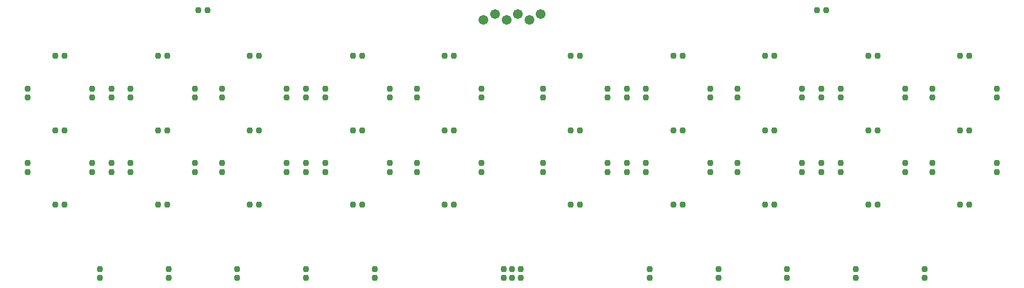
<source format=gts>
G04*
G04 #@! TF.GenerationSoftware,Altium Limited,Altium Designer,21.3.2 (30)*
G04*
G04 Layer_Color=8388736*
%FSLAX44Y44*%
%MOMM*%
G71*
G04*
G04 #@! TF.SameCoordinates,78750805-DB91-4CD3-9BAD-7DFD151DFB16*
G04*
G04*
G04 #@! TF.FilePolarity,Negative*
G04*
G01*
G75*
G04:AMPARAMS|DCode=14|XSize=1.0032mm|YSize=1.0032mm|CornerRadius=0.3016mm|HoleSize=0mm|Usage=FLASHONLY|Rotation=270.000|XOffset=0mm|YOffset=0mm|HoleType=Round|Shape=RoundedRectangle|*
%AMROUNDEDRECTD14*
21,1,1.0032,0.4000,0,0,270.0*
21,1,0.4000,1.0032,0,0,270.0*
1,1,0.6032,-0.2000,-0.2000*
1,1,0.6032,-0.2000,0.2000*
1,1,0.6032,0.2000,0.2000*
1,1,0.6032,0.2000,-0.2000*
%
%ADD14ROUNDEDRECTD14*%
G04:AMPARAMS|DCode=15|XSize=1.0032mm|YSize=1.0032mm|CornerRadius=0.3016mm|HoleSize=0mm|Usage=FLASHONLY|Rotation=180.000|XOffset=0mm|YOffset=0mm|HoleType=Round|Shape=RoundedRectangle|*
%AMROUNDEDRECTD15*
21,1,1.0032,0.4000,0,0,180.0*
21,1,0.4000,1.0032,0,0,180.0*
1,1,0.6032,-0.2000,0.2000*
1,1,0.6032,0.2000,0.2000*
1,1,0.6032,0.2000,-0.2000*
1,1,0.6032,-0.2000,-0.2000*
%
%ADD15ROUNDEDRECTD15*%
%ADD16C,1.7032*%
D14*
X1570000Y88000D02*
D03*
Y72000D02*
D03*
X1450000Y88000D02*
D03*
Y72000D02*
D03*
X1330000Y88000D02*
D03*
Y72000D02*
D03*
X1210000Y88000D02*
D03*
Y72000D02*
D03*
X1090000Y88000D02*
D03*
Y72000D02*
D03*
X865000Y88000D02*
D03*
Y72000D02*
D03*
X835000Y88000D02*
D03*
Y72000D02*
D03*
X850000Y88000D02*
D03*
Y72000D02*
D03*
X610000Y88000D02*
D03*
Y72000D02*
D03*
X490000Y88000D02*
D03*
Y72000D02*
D03*
X370000Y88000D02*
D03*
Y72000D02*
D03*
X250000Y88000D02*
D03*
Y72000D02*
D03*
X1696364Y257000D02*
D03*
Y273000D02*
D03*
X1583636Y257000D02*
D03*
Y273000D02*
D03*
X1696364Y387000D02*
D03*
Y403000D02*
D03*
X1583636Y387000D02*
D03*
Y403000D02*
D03*
X1536364Y257000D02*
D03*
Y273000D02*
D03*
X1423636Y257000D02*
D03*
Y273000D02*
D03*
X1536364Y387000D02*
D03*
Y403000D02*
D03*
X1423636Y387000D02*
D03*
Y403000D02*
D03*
X1390000Y257000D02*
D03*
Y273000D02*
D03*
Y387000D02*
D03*
Y403000D02*
D03*
X1243636Y387000D02*
D03*
Y403000D02*
D03*
X1356364Y387000D02*
D03*
Y403000D02*
D03*
Y257000D02*
D03*
Y273000D02*
D03*
X1243636Y257000D02*
D03*
Y273000D02*
D03*
X1196364Y257000D02*
D03*
Y273000D02*
D03*
X1083636Y257000D02*
D03*
Y273000D02*
D03*
X1196364Y387000D02*
D03*
Y403000D02*
D03*
X1083636Y387000D02*
D03*
Y403000D02*
D03*
X1050000Y257000D02*
D03*
Y273000D02*
D03*
Y387000D02*
D03*
Y403000D02*
D03*
X1016364Y257000D02*
D03*
Y273000D02*
D03*
X903636Y257000D02*
D03*
Y273000D02*
D03*
X1016364Y387000D02*
D03*
Y403000D02*
D03*
X903636Y387000D02*
D03*
Y403000D02*
D03*
X796364Y257000D02*
D03*
Y273000D02*
D03*
X683636Y257000D02*
D03*
Y273000D02*
D03*
X796364Y387000D02*
D03*
Y403000D02*
D03*
X683636Y387000D02*
D03*
Y403000D02*
D03*
X636364Y257000D02*
D03*
Y273000D02*
D03*
X523636Y257000D02*
D03*
Y273000D02*
D03*
X636364Y387000D02*
D03*
Y403000D02*
D03*
X523636Y387000D02*
D03*
Y403000D02*
D03*
X490000Y257000D02*
D03*
Y273000D02*
D03*
Y387000D02*
D03*
Y403000D02*
D03*
X456364Y257000D02*
D03*
Y273000D02*
D03*
X343636Y257000D02*
D03*
Y273000D02*
D03*
X456364Y387000D02*
D03*
Y403000D02*
D03*
X343636Y387000D02*
D03*
Y403000D02*
D03*
X296364Y257000D02*
D03*
Y273000D02*
D03*
X183636Y257000D02*
D03*
Y273000D02*
D03*
X296364Y387000D02*
D03*
Y403000D02*
D03*
X183636Y387000D02*
D03*
Y403000D02*
D03*
X150000Y257000D02*
D03*
Y273000D02*
D03*
Y387000D02*
D03*
Y403000D02*
D03*
X130000Y72000D02*
D03*
Y88000D02*
D03*
X116364Y273000D02*
D03*
Y257000D02*
D03*
X3636Y273000D02*
D03*
Y257000D02*
D03*
X116364Y403000D02*
D03*
Y387000D02*
D03*
X3636Y403000D02*
D03*
Y387000D02*
D03*
D15*
X1648000Y200000D02*
D03*
X1632000D02*
D03*
X1648000Y330000D02*
D03*
X1632000D02*
D03*
X1488000Y200000D02*
D03*
X1472000D02*
D03*
X1488000Y330000D02*
D03*
X1472000D02*
D03*
X1308000Y200000D02*
D03*
X1292000D02*
D03*
X1308000Y330000D02*
D03*
X1292000D02*
D03*
X1148000Y200000D02*
D03*
X1132000D02*
D03*
X1148000Y330000D02*
D03*
X1132000D02*
D03*
X1648000Y460000D02*
D03*
X1632000D02*
D03*
X1488000D02*
D03*
X1472000D02*
D03*
X1308000D02*
D03*
X1292000D02*
D03*
X1148000D02*
D03*
X1132000D02*
D03*
X968000Y200000D02*
D03*
X952000D02*
D03*
X968000Y330000D02*
D03*
X952000D02*
D03*
X968000Y460000D02*
D03*
X952000D02*
D03*
X748000Y200000D02*
D03*
X732000D02*
D03*
X748000Y330000D02*
D03*
X732000D02*
D03*
X748000Y460000D02*
D03*
X732000D02*
D03*
X588000Y200000D02*
D03*
X572000D02*
D03*
X588000Y330000D02*
D03*
X572000D02*
D03*
X588000Y460000D02*
D03*
X572000D02*
D03*
X408000Y200000D02*
D03*
X392000D02*
D03*
X408000Y330000D02*
D03*
X392000D02*
D03*
X408000Y460000D02*
D03*
X392000D02*
D03*
X248000Y200000D02*
D03*
X232000D02*
D03*
X248000Y330000D02*
D03*
X232000D02*
D03*
X248000Y460000D02*
D03*
X232000D02*
D03*
X68000Y200000D02*
D03*
X52000D02*
D03*
X1398000Y540000D02*
D03*
X1382000D02*
D03*
X318000D02*
D03*
X302000D02*
D03*
X52000Y330000D02*
D03*
X68000D02*
D03*
X52000Y460000D02*
D03*
X68000D02*
D03*
D16*
X800000Y523000D02*
D03*
X820000Y533000D02*
D03*
X900000D02*
D03*
X880000Y523000D02*
D03*
X860000Y533000D02*
D03*
X840000Y523000D02*
D03*
M02*

</source>
